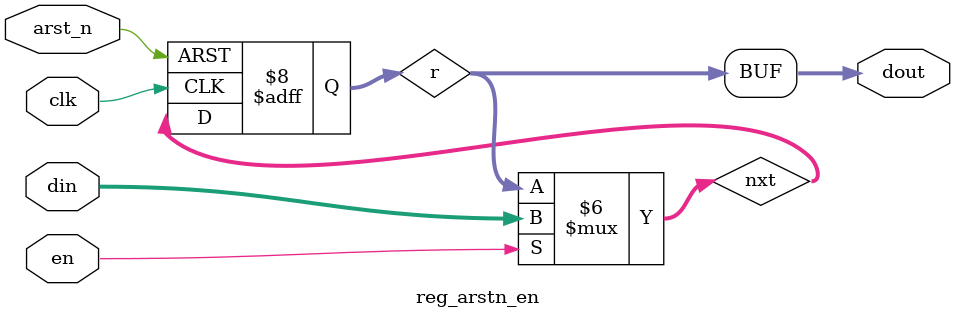
<source format=v>
module reg_arstn_en_IF_ID #(
   parameter integer DATA_W     = 20,
   parameter integer PRESET_VAL = 0
	  )(
		input clk,
		input arst_n,
		input [31:0] din,
		input [63:0] pc,
		input en,
		
		output [DATA_W-1:0] dout,
		output [63:0]		pcout
   );

   reg [DATA_W-1:0] r_inst, inst;
   reg [63:0] r_pc, currpc;

   always@(posedge clk, negedge arst_n)begin
		if(arst_n==0)begin
			r_inst <= PRESET_VAL;
			r_pc <= PRESET_VAL;
		end else begin
			r_inst <= inst;
			r_pc <= currpc;
		end
   end

   always@(*) begin
	  if(en == 1'b1)begin
		 inst = din;
		 currpc = pc;
	  end else begin
		 inst = r_inst;
		 currpc = r_pc;
	  end
   end

   assign dout = r_inst;
   assign pcout = r_pc;
endmodule

module reg_arstn_en_ID_EX #(
   parameter integer DATA_W     = 20,
   parameter integer PRESET_VAL = 0
	  )(
		input clk,      
		input arst_n,    
		input [31:0] dreg1_ID_EX_input,     
		input [31:0] dreg2_ID_EX_input,     
		input [63:0] inst_imm_ID_EX_input,
		input [3:0] inst1_ID_EX_input,	
		input [4:0] inst2_ID_EX_input,	
		input [63:0] pc_ID_EX_input,

		//	Control
		input writeback1_ID_EX_input,
		input writeback2_ID_EX_input,
		input memwrite_ID_EX_input,
		input memread_ID_EX_input,
		input membranch_ID_EX_input,
		input alusrc_ID_EX_input,	
		input [1:0] aluop_ID_EX_input,	
		input en,

		//	Output
		output [31:0] dreg1_ID_EX_output,      
		output [31:0] dreg2_ID_EX_output,      
		output [63:0] inst_imm_ID_EX_output, 
		output [3:0] inst1_ID_EX_output, 	
		output [4:0] inst2_ID_EX_output, 	
		output [63:0] pc_ID_EX_output, 		
		output writeback1_ID_EX_output, 
		output writeback2_ID_EX_output, 
		output memwrite_ID_EX_output, 
		output memread_ID_EX_output, 
		output membranch_ID_EX_output, 
		output alusrc_ID_EX_output, 	
		output [1:0] aluop_ID_EX_output	    
   );

	reg temp_writeback1, temp_writeback2, temp_memwrite, temp_memread, temp_membranch, temp_alusrc;
	reg [1:0] temp_aluop;
	reg [DATA_W-1:0] temp_dreg1, temp_dreg2, temp_inst1, temp_inst2;
	reg [2*DATA_W - 1 : 0] temp_pc, temp_inst_imm;

	reg r_writeback1, r_writeback2, r_memwrite, r_memread, r_membranch, r_alusrc;
	reg [1:0] r_aluop;
	reg [DATA_W-1:0] r_dreg1, r_dreg2, r_inst1, r_inst2;
	reg [2*DATA_W - 1 : 0] r_pc, r_inst_imm;

	always@(*) begin
		if(arst_n==0)begin
			r_writeback1 <= PRESET_VAL;
			r_writeback2 <= PRESET_VAL;
			r_memwrite <= PRESET_VAL;// Configurable register for variable width with enable

// module reg_arstn_en#(
// parameter integer DATA_W     = 20,
// parameter integer PRESET_VAL = 0
//    )(
//       input                  clk,
//       input                  arst_n,
//       input                  en,
//       input  [ DATA_W-1:0]   din,
//       output [ DATA_W-1:0]   dout
// );

// reg [DATA_W-1:0] r,nxt;

// always@(posedge clk, negedge arst_n)begin
//    if(arst_n==0)begin
//       r <= PRESET_VAL;
//    end else begin
//       r <= nxt;
//    end
// end

// always@(*) begin
//    if(en == 1'b1)begin
//       nxt = din;
//    end else begin
//       nxt = r;
//    end
// end

// assign dout = r;

// endmodule

			r_memread <= PRESET_VAL;
			r_membranch <= PRESET_VAL;
			r_alusrc <= PRESET_VAL;
			r_aluop <= PRESET_VAL;
			r_dreg1 <= PRESET_VAL;
			r_dreg2 <= PRESET_VAL;
			r_inst1 <= PRESET_VAL;
			r_inst2 <= PRESET_VAL;
			r_pc <= PRESET_VAL;
			r_inst_imm <= PRESET_VAL;
		end else begin
			r_writeback1 <= temp_writeback1;
			r_writeback2 <= temp_writeback2;
			r_memwrite <= temp_memwrite;
			r_memread <= temp_memread;
			r_membranch <= temp_membranch;
			r_alusrc <= temp_alusrc;
			r_aluop <= temp_aluop;
			r_dreg1 <= temp_dreg1;
			r_dreg2 <= temp_dreg2;
			r_inst1 <= temp_inst1;
			r_inst2 <= temp_inst2;
			r_pc <= temp_pc;
			r_inst_imm <= temp_inst_imm;
		end
	end

   always@(*) begin
		if(en == 1'b1)begin
			temp_writeback1 = writeback1_ID_EX_input;
			temp_writeback2 = writeback2_ID_EX_input;
			temp_memwrite = memwrite_ID_EX_input;
			temp_memread = memread_ID_EX_input;
			temp_membranch = membranch_ID_EX_input;
			temp_alusrc = alusrc_ID_EX_input;
			temp_aluop = aluop_ID_EX_input;
			temp_dreg1 = dreg1_ID_EX_input;
			temp_dreg2 = dreg2_ID_EX_input;
			temp_inst1 = inst1_ID_EX_input;
			temp_inst2 = inst2_ID_EX_input;
			temp_pc = pc_ID_EX_input;
			temp_inst_imm = inst_imm_ID_EX_input;
		end else begin
			temp_writeback1 = r_writeback1;
			temp_writeback2 = r_writeback2;
			temp_memwrite = r_memwrite;
			temp_memread = r_memread;
			temp_membranch = r_membranch;
			temp_alusrc = r_alusrc;
			temp_aluop = r_aluop;
			temp_dreg1 = r_dreg1;
			temp_dreg2 = r_dreg2;
			temp_inst1 = r_inst1;
			temp_inst2 = r_inst2;
			temp_pc = r_pc;
			temp_inst_imm = r_inst_imm;
		end
   end

	assign writeback1_ID_EX_output = r_writeback1;
	assign writeback2_ID_EX_output = r_writeback2;
	assign memwrite_ID_EX_output = r_memwrite;
	assign memread_ID_EX_output = r_memread;// Configurable register for variable width with enable

	assign membranch_ID_EX_output = r_membranch;
	assign alusrc_ID_EX_output = r_alusrc;
	assign aluop_ID_EX_output = r_aluop;
	assign dreg1_ID_EX_output = r_dreg1;
	assign dreg2_ID_EX_output = r_dreg2;
	assign inst1_ID_EX_output = r_inst1;
	assign inst2_ID_EX_output = r_inst2;
	assign pc_ID_EX_output = r_pc;
	assign inst_imm_ID_EX_output = r_inst_imm;
endmodule

module reg_arstn_en_EX_MEM#(
   parameter integer DATA_W     = 20,
   parameter integer PRESET_VAL = 0
	  )(
		input clk,        
		input arst_n,     
		input [63:0] branchpc_EX_MEM_input,	
		input zero_EX_MEM_input,		
		input [63:0] aluout_EX_MEM_input,		
		input [31:0] dreg2_EX_MEM_input,		
		input [4:0] inst2_EX_MEM_input,	

		//	Control 
		input writeback1_EX_MEM_input,	
		input writeback2_EX_MEM_input,	
		input memwrite_EX_MEM_input,	
		input memread_EX_MEM_input,	
		input membranch_EX_MEM_input,	
		input en,

		//	Output
		output [31:0] dreg2_EX_MEM_output,      
		output [63:0] branchpc_EX_MEM_output,	
		output [63:0] aluout_EX_MEM_output,		
		output zero_EX_MEM_output,				
		output writeback1_EX_MEM_output,	
		output writeback2_EX_MEM_output,	
		output memwrite_EX_MEM_output,	
		output memread_EX_MEM_output,	
		output membranch_EX_MEM_output,	
		output [4:0] inst2_EX_MEM_output
   );

	reg temp_writeback1, temp_writeback2, temp_memwrite, temp_memread, temp_membranch, temp_zero;
	reg [DATA_W-1:0] temp_dreg2, temp_inst2;
	reg [63:0] temp_branchpc, temp_aluout;

	reg r_writeback1, r_writeback2, r_memwrite, r_memread, r_membranch, r_zero;
	reg [DATA_W-1:0] r_dreg2, r_inst2;
	reg [63:0] r_branchpc, r_aluout;

   always@(posedge clk, negedge arst_n)begin
		if(arst_n==0)begin
			r_writeback1 <= PRESET_VAL;
			r_writeback2 <= PRESET_VAL;
			r_memwrite <= PRESET_VAL;
			r_memread <= PRESET_VAL;
			r_membranch <= PRESET_VAL;
			r_zero <= PRESET_VAL;
			r_dreg2 <= PRESET_VAL;
			r_inst2 <= PRESET_VAL;
			r_branchpc <= PRESET_VAL;
			r_aluout <= PRESET_VAL;
		end else begin
			r_writeback1 <= temp_writeback1;
			r_writeback2 <= temp_writeback2;
			r_memwrite <= temp_memwrite;
			r_memread <= temp_memread;
			r_membranch <= temp_membranch;
			r_zero <= temp_zero;
			r_dreg2 <= temp_dreg2;
			r_inst2 <= temp_inst2;
			r_branchpc <= temp_branchpc;
			r_aluout <= temp_aluout;
		end
   end

   always@(*) begin
		if(en == 1'b1)begin
			temp_writeback1 = writeback1_EX_MEM_input;
			temp_writeback2 = writeback2_EX_MEM_input;
			temp_memwrite = memwrite_EX_MEM_input;
			temp_memread = memread_EX_MEM_input;
			temp_membranch = membranch_EX_MEM_input;
			temp_zero = zero_EX_MEM_input;
			temp_dreg2 = dreg2_EX_MEM_input;
			temp_inst2 = inst2_EX_MEM_input;
			temp_branchpc = branchpc_EX_MEM_input;
			temp_aluout = aluout_EX_MEM_input;
		end else begin
			temp_writeback1 = r_writeback1;
			temp_writeback2 = r_writeback2;
			temp_memwrite = r_memwrite;
			temp_memread = r_memread;
			temp_membranch = r_membranch;
			temp_zero = r_zero;
			temp_dreg2 = r_dreg2;
			temp_inst2 = r_inst2;
			temp_branchpc = r_branchpc;
			temp_aluout = r_aluout;
		end
   end

	assign writeback1_EX_MEM_output = r_writeback1;
	assign writeback2_EX_MEM_output = r_writeback2;
	assign memwrite_EX_MEM_output = r_memwrite;
	assign memread_EX_MEM_output = r_memread;
	assign membranch_EX_MEM_output = r_membranch;
	assign zero_EX_MEM_output = r_zero;
	assign dreg2_EX_MEM_output = r_dreg2;
	assign inst2_EX_MEM_output = r_inst2;
	assign branchpc_EX_MEM_output = r_branchpc;
	assign aluout_EX_MEM_output = r_aluout;
endmodule

module reg_arstn_en_MEM_WB #(
   parameter integer DATA_W     = 20,
   parameter integer PRESET_VAL = 0
	  )(
		input clk,        
		input arst_n,     
		input [31:0] aluout_MEM_WB_input,		
		input [31:0] memreg_MEM_WB_input,		
		input [4:0] inst2_MEM_WB_input,		
		input en,         
		
		//	Control 
		input writeback1_MEM_WB_input,	
		input writeback2_MEM_WB_input,	
		
		//	Output
		output writeback1_MEM_WB_output,	
		output writeback2_MEM_WB_output,	
		output [63:0] aluout_MEM_WB_output,		
		output [31:0] memreg_MEM_WB_output,		
		output [4:0] inst2_MEM_WB_output
   );

	reg temp_writeback1, temp_writeback2;
	reg [4:0] temp_inst2;
	reg [DATA_W-1:0] temp_memreg;
	reg [63:0] temp_aluout;

	reg r_writeback1, r_writeback2;
	reg [4:0] r_inst2;
	reg [DATA_W-1:0] r_memreg;
	reg [63:0] r_aluout;

   always@(posedge clk, negedge arst_n)begin
		if(arst_n==0)begin
			r_writeback1 <= PRESET_VAL;
			r_writeback2 <= PRESET_VAL;
			r_inst2 <= PRESET_VAL;
			r_memreg <= PRESET_VAL;
			r_aluout <= PRESET_VAL;
		end else begin
			r_writeback1 <= temp_writeback1;
			r_writeback2 <= temp_writeback2;
			r_inst2 <= temp_inst2;
			r_memreg <= temp_memreg;
			r_aluout <= temp_aluout;
	  	end
   end

   always@(*) begin
		if(en == 1'b1)begin
			temp_writeback1 = writeback1_MEM_WB_input;
			temp_writeback2 = writeback2_MEM_WB_input;
			temp_inst2 = inst2_MEM_WB_input;
			temp_memreg = memreg_MEM_WB_input;
			temp_aluout = aluout_MEM_WB_input;
		end else begin
			temp_writeback1 = r_writeback1;
			temp_writeback2 = r_writeback2;
			temp_inst2 = r_inst2;
			temp_memreg = r_memreg;
			temp_aluout = r_aluout;
		end
   end

	assign writeback1_MEM_WB_output = r_writeback1;
	assign writeback2_MEM_WB_output = r_writeback2;
	assign inst2_MEM_WB_output = r_inst2;
	assign memreg_MEM_WB_output = r_memreg;
	assign aluout_MEM_WB_output = r_aluout;
endmodule

// Configurable register for variable width with enable

module reg_arstn_en#(
parameter integer DATA_W     = 20,
parameter integer PRESET_VAL = 0
   )(
      input                  clk,
      input                  arst_n,
      input                  en,
      input  [ DATA_W-1:0]   din,
      output [ DATA_W-1:0]   dout
);

reg [DATA_W-1:0] r,nxt;

always@(posedge clk, negedge arst_n)begin
   if(arst_n==0)begin
      r <= PRESET_VAL;
   end else begin
      r <= nxt;
   end
end

always@(*) begin
   if(en == 1'b1)begin
      nxt = din;
   end else begin
      nxt = r;
   end
end

assign dout = r;

endmodule

</source>
